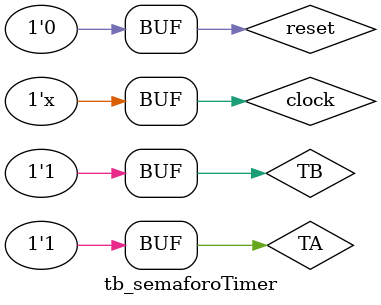
<source format=sv>
`timescale 1ns / 1ps


module tb_semaforoTimer();
  
    // We need to give values at the inputs, so we define them as registers  
	logic clock;
	logic reset;
	logic TA, TB;
	
	//The outputs are wires. We don't connect them to anything, but we need to 
	// declare them to visualize them in the output timing diagram
	logic [1:0] LA, LB;
	// an instance of the Device Under Test
	semaforoTimer DUT(
        .clock (clock),
        .reset (reset),
        .TA (TA),
        .TB (TB),
        .LA (LA),
        .LB (LB)
        );
            
	// generate a clock signal that inverts its value every five time units
	always  #10 clock=~clock;
	
	//here we assign values to the inputs
	initial begin
		clock = 1'b0;
		reset = 1'b1;
		TA = 1'b1;
		TB = 1'b0;
		#40 TB = 1'b1;
		#10 reset = 1'b0;
		
		
		#38 TA = 1'b0;
		    
		
		#206 TB = 1'b0;
		#302 TA = 1'b1;
		#40 TB = 1'b1;
	end

endmodule

</source>
